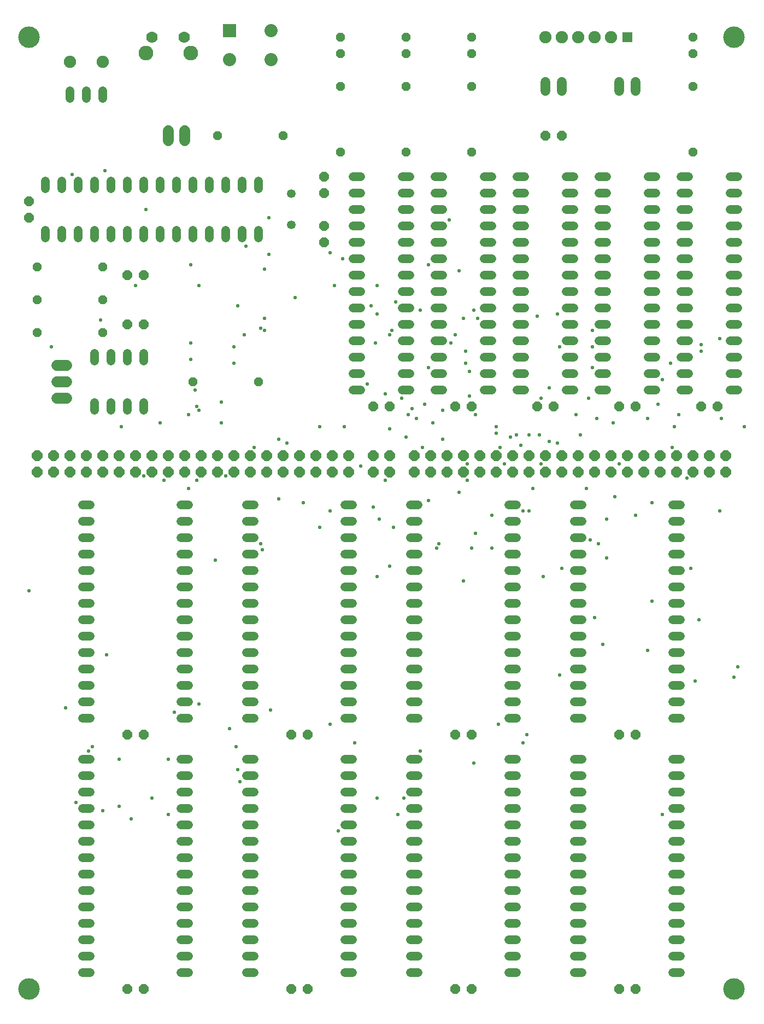
<source format=gbr>
G04 EAGLE Gerber RS-274X export*
G75*
%MOMM*%
%FSLAX34Y34*%
%LPD*%
%INSoldermask Bottom*%
%IPPOS*%
%AMOC8*
5,1,8,0,0,1.08239X$1,22.5*%
G01*
%ADD10C,3.327000*%
%ADD11P,1.787026X8X22.500000*%
%ADD12C,1.346200*%
%ADD13C,1.346200*%
%ADD14P,1.677055X8X292.500000*%
%ADD15P,1.677055X8X112.500000*%
%ADD16R,1.627000X1.627000*%
%ADD17C,1.905000*%
%ADD18P,1.677055X8X202.500000*%
%ADD19P,1.457113X8X22.500000*%
%ADD20P,1.677055X8X22.500000*%
%ADD21P,1.457113X8X292.500000*%
%ADD22C,1.651000*%
%ADD23C,1.498600*%
%ADD24C,2.286000*%
%ADD25C,1.778000*%
%ADD26R,2.032000X2.032000*%
%ADD27C,2.032000*%
%ADD28C,0.584200*%


D10*
X1117600Y25400D03*
X1117600Y1498600D03*
X25400Y1498600D03*
X25400Y25400D03*
D11*
X38100Y825500D03*
X63500Y825500D03*
X88900Y825500D03*
X114300Y825500D03*
X139700Y825500D03*
X165100Y825500D03*
X38100Y850900D03*
X63500Y850900D03*
X88900Y850900D03*
X114300Y850900D03*
X139700Y850900D03*
X165100Y850900D03*
X190500Y825500D03*
X190500Y850900D03*
X215900Y825500D03*
X241300Y825500D03*
X266700Y825500D03*
X292100Y825500D03*
X317500Y825500D03*
X342900Y825500D03*
X215900Y850900D03*
X241300Y850900D03*
X266700Y850900D03*
X292100Y850900D03*
X317500Y850900D03*
X342900Y850900D03*
X368300Y825500D03*
X368300Y850900D03*
X393700Y825500D03*
X419100Y825500D03*
X444500Y825500D03*
X469900Y825500D03*
X495300Y825500D03*
X520700Y825500D03*
X393700Y850900D03*
X419100Y850900D03*
X444500Y850900D03*
X469900Y850900D03*
X495300Y850900D03*
X520700Y850900D03*
D12*
X50800Y1187704D02*
X50800Y1199896D01*
X76200Y1199896D02*
X76200Y1187704D01*
X101600Y1187704D02*
X101600Y1199896D01*
X127000Y1199896D02*
X127000Y1187704D01*
X152400Y1187704D02*
X152400Y1199896D01*
X177800Y1199896D02*
X177800Y1187704D01*
X203200Y1187704D02*
X203200Y1199896D01*
X228600Y1199896D02*
X228600Y1187704D01*
X254000Y1187704D02*
X254000Y1199896D01*
X279400Y1199896D02*
X279400Y1187704D01*
X304800Y1187704D02*
X304800Y1199896D01*
X330200Y1199896D02*
X330200Y1187704D01*
X355600Y1187704D02*
X355600Y1199896D01*
X381000Y1199896D02*
X381000Y1187704D01*
X381000Y1263904D02*
X381000Y1276096D01*
X355600Y1276096D02*
X355600Y1263904D01*
X330200Y1263904D02*
X330200Y1276096D01*
X304800Y1276096D02*
X304800Y1263904D01*
X279400Y1263904D02*
X279400Y1276096D01*
X254000Y1276096D02*
X254000Y1263904D01*
X228600Y1263904D02*
X228600Y1276096D01*
X203200Y1276096D02*
X203200Y1263904D01*
X177800Y1263904D02*
X177800Y1276096D01*
X152400Y1276096D02*
X152400Y1263904D01*
X127000Y1263904D02*
X127000Y1276096D01*
X101600Y1276096D02*
X101600Y1263904D01*
X76200Y1263904D02*
X76200Y1276096D01*
X50800Y1276096D02*
X50800Y1263904D01*
D13*
X431800Y1207770D03*
X431800Y1256030D03*
D14*
X482600Y1282700D03*
X482600Y1257300D03*
D15*
X482600Y1181100D03*
X482600Y1206500D03*
D16*
X952500Y1498600D03*
D17*
X927100Y1498600D03*
X901700Y1498600D03*
X876300Y1498600D03*
X850900Y1498600D03*
X825500Y1498600D03*
D18*
X850900Y1346200D03*
X825500Y1346200D03*
D19*
X38100Y1143000D03*
X139700Y1143000D03*
D20*
X177800Y1130300D03*
X203200Y1130300D03*
X177800Y1054100D03*
X203200Y1054100D03*
D19*
X38100Y1041400D03*
X139700Y1041400D03*
X38100Y1092200D03*
X139700Y1092200D03*
D12*
X127000Y933196D02*
X127000Y921004D01*
X152400Y921004D02*
X152400Y933196D01*
X177800Y933196D02*
X177800Y921004D01*
X203200Y921004D02*
X203200Y933196D01*
X203200Y997204D02*
X203200Y1009396D01*
X177800Y1009396D02*
X177800Y997204D01*
X152400Y997204D02*
X152400Y1009396D01*
X127000Y1009396D02*
X127000Y997204D01*
D21*
X508000Y1498600D03*
X508000Y1473200D03*
X609600Y1498600D03*
X609600Y1473200D03*
X711200Y1498600D03*
X711200Y1473200D03*
X711200Y1422400D03*
X711200Y1320800D03*
X609600Y1422400D03*
X609600Y1320800D03*
X508000Y1422400D03*
X508000Y1320800D03*
D18*
X965200Y25400D03*
X939800Y25400D03*
X965200Y419100D03*
X939800Y419100D03*
X457200Y419100D03*
X431800Y419100D03*
X711200Y419100D03*
X685800Y419100D03*
X457200Y25400D03*
X431800Y25400D03*
D12*
X88900Y1403604D02*
X88900Y1415796D01*
X114300Y1415796D02*
X114300Y1403604D01*
X139700Y1403604D02*
X139700Y1415796D01*
D17*
X88900Y1460500D03*
X139700Y1460500D03*
D22*
X83820Y939800D02*
X68580Y939800D01*
X68580Y965200D02*
X83820Y965200D01*
X83820Y990600D02*
X68580Y990600D01*
D18*
X203200Y25400D03*
X177800Y25400D03*
X711200Y25400D03*
X685800Y25400D03*
X203200Y419100D03*
X177800Y419100D03*
D23*
X939800Y1415542D02*
X939800Y1429258D01*
X965200Y1429258D02*
X965200Y1415542D01*
X825500Y1415542D02*
X825500Y1429258D01*
X850900Y1429258D02*
X850900Y1415542D01*
D24*
X276300Y1473600D03*
D25*
X216300Y1498600D03*
X266300Y1498600D03*
D24*
X206300Y1473600D03*
D26*
X335800Y1508400D03*
D27*
X335800Y1463400D03*
X400800Y1463400D03*
X400800Y1508400D03*
D19*
X279400Y965200D03*
X381000Y965200D03*
D21*
X1054100Y1498600D03*
X1054100Y1473200D03*
X1054100Y1422400D03*
X1054100Y1320800D03*
D12*
X869696Y952500D02*
X857504Y952500D01*
X857504Y977900D02*
X869696Y977900D01*
X869696Y1003300D02*
X857504Y1003300D01*
X857504Y1028700D02*
X869696Y1028700D01*
X869696Y1054100D02*
X857504Y1054100D01*
X857504Y1079500D02*
X869696Y1079500D01*
X869696Y1104900D02*
X857504Y1104900D01*
X857504Y1130300D02*
X869696Y1130300D01*
X869696Y1155700D02*
X857504Y1155700D01*
X857504Y1181100D02*
X869696Y1181100D01*
X869696Y1206500D02*
X857504Y1206500D01*
X857504Y1231900D02*
X869696Y1231900D01*
X869696Y1257300D02*
X857504Y1257300D01*
X857504Y1282700D02*
X869696Y1282700D01*
X793496Y1282700D02*
X781304Y1282700D01*
X781304Y1257300D02*
X793496Y1257300D01*
X793496Y1231900D02*
X781304Y1231900D01*
X781304Y1206500D02*
X793496Y1206500D01*
X793496Y1181100D02*
X781304Y1181100D01*
X781304Y1155700D02*
X793496Y1155700D01*
X793496Y1130300D02*
X781304Y1130300D01*
X781304Y1104900D02*
X793496Y1104900D01*
X793496Y1079500D02*
X781304Y1079500D01*
X781304Y1054100D02*
X793496Y1054100D01*
X793496Y1028700D02*
X781304Y1028700D01*
X781304Y1003300D02*
X793496Y1003300D01*
X793496Y977900D02*
X781304Y977900D01*
X781304Y952500D02*
X793496Y952500D01*
X984504Y952500D02*
X996696Y952500D01*
X996696Y977900D02*
X984504Y977900D01*
X984504Y1003300D02*
X996696Y1003300D01*
X996696Y1028700D02*
X984504Y1028700D01*
X984504Y1054100D02*
X996696Y1054100D01*
X996696Y1079500D02*
X984504Y1079500D01*
X984504Y1104900D02*
X996696Y1104900D01*
X996696Y1130300D02*
X984504Y1130300D01*
X984504Y1155700D02*
X996696Y1155700D01*
X996696Y1181100D02*
X984504Y1181100D01*
X984504Y1206500D02*
X996696Y1206500D01*
X996696Y1231900D02*
X984504Y1231900D01*
X984504Y1257300D02*
X996696Y1257300D01*
X996696Y1282700D02*
X984504Y1282700D01*
X920496Y1282700D02*
X908304Y1282700D01*
X908304Y1257300D02*
X920496Y1257300D01*
X920496Y1231900D02*
X908304Y1231900D01*
X908304Y1206500D02*
X920496Y1206500D01*
X920496Y1181100D02*
X908304Y1181100D01*
X908304Y1155700D02*
X920496Y1155700D01*
X920496Y1130300D02*
X908304Y1130300D01*
X908304Y1104900D02*
X920496Y1104900D01*
X920496Y1079500D02*
X908304Y1079500D01*
X908304Y1054100D02*
X920496Y1054100D01*
X920496Y1028700D02*
X908304Y1028700D01*
X908304Y1003300D02*
X920496Y1003300D01*
X920496Y977900D02*
X908304Y977900D01*
X908304Y952500D02*
X920496Y952500D01*
X742696Y952500D02*
X730504Y952500D01*
X730504Y977900D02*
X742696Y977900D01*
X742696Y1003300D02*
X730504Y1003300D01*
X730504Y1028700D02*
X742696Y1028700D01*
X742696Y1054100D02*
X730504Y1054100D01*
X730504Y1079500D02*
X742696Y1079500D01*
X742696Y1104900D02*
X730504Y1104900D01*
X730504Y1130300D02*
X742696Y1130300D01*
X742696Y1155700D02*
X730504Y1155700D01*
X730504Y1181100D02*
X742696Y1181100D01*
X742696Y1206500D02*
X730504Y1206500D01*
X730504Y1231900D02*
X742696Y1231900D01*
X742696Y1257300D02*
X730504Y1257300D01*
X730504Y1282700D02*
X742696Y1282700D01*
X666496Y1282700D02*
X654304Y1282700D01*
X654304Y1257300D02*
X666496Y1257300D01*
X666496Y1231900D02*
X654304Y1231900D01*
X654304Y1206500D02*
X666496Y1206500D01*
X666496Y1181100D02*
X654304Y1181100D01*
X654304Y1155700D02*
X666496Y1155700D01*
X666496Y1130300D02*
X654304Y1130300D01*
X654304Y1104900D02*
X666496Y1104900D01*
X666496Y1079500D02*
X654304Y1079500D01*
X654304Y1054100D02*
X666496Y1054100D01*
X666496Y1028700D02*
X654304Y1028700D01*
X654304Y1003300D02*
X666496Y1003300D01*
X666496Y977900D02*
X654304Y977900D01*
X654304Y952500D02*
X666496Y952500D01*
X615696Y952500D02*
X603504Y952500D01*
X603504Y977900D02*
X615696Y977900D01*
X615696Y1003300D02*
X603504Y1003300D01*
X603504Y1028700D02*
X615696Y1028700D01*
X615696Y1054100D02*
X603504Y1054100D01*
X603504Y1079500D02*
X615696Y1079500D01*
X615696Y1104900D02*
X603504Y1104900D01*
X603504Y1130300D02*
X615696Y1130300D01*
X615696Y1155700D02*
X603504Y1155700D01*
X603504Y1181100D02*
X615696Y1181100D01*
X615696Y1206500D02*
X603504Y1206500D01*
X603504Y1231900D02*
X615696Y1231900D01*
X615696Y1257300D02*
X603504Y1257300D01*
X603504Y1282700D02*
X615696Y1282700D01*
X539496Y1282700D02*
X527304Y1282700D01*
X527304Y1257300D02*
X539496Y1257300D01*
X539496Y1231900D02*
X527304Y1231900D01*
X527304Y1206500D02*
X539496Y1206500D01*
X539496Y1181100D02*
X527304Y1181100D01*
X527304Y1155700D02*
X539496Y1155700D01*
X539496Y1130300D02*
X527304Y1130300D01*
X527304Y1104900D02*
X539496Y1104900D01*
X539496Y1079500D02*
X527304Y1079500D01*
X527304Y1054100D02*
X539496Y1054100D01*
X539496Y1028700D02*
X527304Y1028700D01*
X527304Y1003300D02*
X539496Y1003300D01*
X539496Y977900D02*
X527304Y977900D01*
X527304Y952500D02*
X539496Y952500D01*
X1111504Y952500D02*
X1123696Y952500D01*
X1123696Y977900D02*
X1111504Y977900D01*
X1111504Y1003300D02*
X1123696Y1003300D01*
X1123696Y1028700D02*
X1111504Y1028700D01*
X1111504Y1054100D02*
X1123696Y1054100D01*
X1123696Y1079500D02*
X1111504Y1079500D01*
X1111504Y1104900D02*
X1123696Y1104900D01*
X1123696Y1130300D02*
X1111504Y1130300D01*
X1111504Y1155700D02*
X1123696Y1155700D01*
X1123696Y1181100D02*
X1111504Y1181100D01*
X1111504Y1206500D02*
X1123696Y1206500D01*
X1123696Y1231900D02*
X1111504Y1231900D01*
X1111504Y1257300D02*
X1123696Y1257300D01*
X1123696Y1282700D02*
X1111504Y1282700D01*
X1047496Y1282700D02*
X1035304Y1282700D01*
X1035304Y1257300D02*
X1047496Y1257300D01*
X1047496Y1231900D02*
X1035304Y1231900D01*
X1035304Y1206500D02*
X1047496Y1206500D01*
X1047496Y1181100D02*
X1035304Y1181100D01*
X1035304Y1155700D02*
X1047496Y1155700D01*
X1047496Y1130300D02*
X1035304Y1130300D01*
X1035304Y1104900D02*
X1047496Y1104900D01*
X1047496Y1079500D02*
X1035304Y1079500D01*
X1035304Y1054100D02*
X1047496Y1054100D01*
X1047496Y1028700D02*
X1035304Y1028700D01*
X1035304Y1003300D02*
X1047496Y1003300D01*
X1047496Y977900D02*
X1035304Y977900D01*
X1035304Y952500D02*
X1047496Y952500D01*
D11*
X622300Y825500D03*
X647700Y825500D03*
X673100Y825500D03*
X698500Y825500D03*
X723900Y825500D03*
X749300Y825500D03*
X622300Y850900D03*
X647700Y850900D03*
X673100Y850900D03*
X698500Y850900D03*
X723900Y850900D03*
X749300Y850900D03*
X774700Y825500D03*
X774700Y850900D03*
X800100Y825500D03*
X825500Y825500D03*
X850900Y825500D03*
X876300Y825500D03*
X901700Y825500D03*
X927100Y825500D03*
X800100Y850900D03*
X825500Y850900D03*
X850900Y850900D03*
X876300Y850900D03*
X901700Y850900D03*
X927100Y850900D03*
X952500Y825500D03*
X952500Y850900D03*
X977900Y825500D03*
X1003300Y825500D03*
X1028700Y825500D03*
X1054100Y825500D03*
X1079500Y825500D03*
X1104900Y825500D03*
X977900Y850900D03*
X1003300Y850900D03*
X1028700Y850900D03*
X1054100Y850900D03*
X1079500Y850900D03*
X1104900Y850900D03*
D20*
X1066800Y927100D03*
X1092200Y927100D03*
X939800Y927100D03*
X965200Y927100D03*
X812800Y927100D03*
X838200Y927100D03*
X685800Y927100D03*
X711200Y927100D03*
X558800Y927100D03*
X584200Y927100D03*
D12*
X272796Y50800D02*
X260604Y50800D01*
X260604Y76200D02*
X272796Y76200D01*
X272796Y101600D02*
X260604Y101600D01*
X260604Y127000D02*
X272796Y127000D01*
X272796Y152400D02*
X260604Y152400D01*
X260604Y177800D02*
X272796Y177800D01*
X272796Y203200D02*
X260604Y203200D01*
X260604Y228600D02*
X272796Y228600D01*
X272796Y254000D02*
X260604Y254000D01*
X260604Y279400D02*
X272796Y279400D01*
X272796Y304800D02*
X260604Y304800D01*
X260604Y330200D02*
X272796Y330200D01*
X272796Y355600D02*
X260604Y355600D01*
X260604Y381000D02*
X272796Y381000D01*
X120396Y381000D02*
X108204Y381000D01*
X108204Y355600D02*
X120396Y355600D01*
X120396Y330200D02*
X108204Y330200D01*
X108204Y304800D02*
X120396Y304800D01*
X120396Y279400D02*
X108204Y279400D01*
X108204Y254000D02*
X120396Y254000D01*
X120396Y228600D02*
X108204Y228600D01*
X108204Y203200D02*
X120396Y203200D01*
X120396Y177800D02*
X108204Y177800D01*
X108204Y152400D02*
X120396Y152400D01*
X120396Y127000D02*
X108204Y127000D01*
X108204Y101600D02*
X120396Y101600D01*
X120396Y76200D02*
X108204Y76200D01*
X108204Y50800D02*
X120396Y50800D01*
X514604Y50800D02*
X526796Y50800D01*
X526796Y76200D02*
X514604Y76200D01*
X514604Y101600D02*
X526796Y101600D01*
X526796Y127000D02*
X514604Y127000D01*
X514604Y152400D02*
X526796Y152400D01*
X526796Y177800D02*
X514604Y177800D01*
X514604Y203200D02*
X526796Y203200D01*
X526796Y228600D02*
X514604Y228600D01*
X514604Y254000D02*
X526796Y254000D01*
X526796Y279400D02*
X514604Y279400D01*
X514604Y304800D02*
X526796Y304800D01*
X526796Y330200D02*
X514604Y330200D01*
X514604Y355600D02*
X526796Y355600D01*
X526796Y381000D02*
X514604Y381000D01*
X374396Y381000D02*
X362204Y381000D01*
X362204Y355600D02*
X374396Y355600D01*
X374396Y330200D02*
X362204Y330200D01*
X362204Y304800D02*
X374396Y304800D01*
X374396Y279400D02*
X362204Y279400D01*
X362204Y254000D02*
X374396Y254000D01*
X374396Y228600D02*
X362204Y228600D01*
X362204Y203200D02*
X374396Y203200D01*
X374396Y177800D02*
X362204Y177800D01*
X362204Y152400D02*
X374396Y152400D01*
X374396Y127000D02*
X362204Y127000D01*
X362204Y101600D02*
X374396Y101600D01*
X374396Y76200D02*
X362204Y76200D01*
X362204Y50800D02*
X374396Y50800D01*
X768604Y50800D02*
X780796Y50800D01*
X780796Y76200D02*
X768604Y76200D01*
X768604Y101600D02*
X780796Y101600D01*
X780796Y127000D02*
X768604Y127000D01*
X768604Y152400D02*
X780796Y152400D01*
X780796Y177800D02*
X768604Y177800D01*
X768604Y203200D02*
X780796Y203200D01*
X780796Y228600D02*
X768604Y228600D01*
X768604Y254000D02*
X780796Y254000D01*
X780796Y279400D02*
X768604Y279400D01*
X768604Y304800D02*
X780796Y304800D01*
X780796Y330200D02*
X768604Y330200D01*
X768604Y355600D02*
X780796Y355600D01*
X780796Y381000D02*
X768604Y381000D01*
X628396Y381000D02*
X616204Y381000D01*
X616204Y355600D02*
X628396Y355600D01*
X628396Y330200D02*
X616204Y330200D01*
X616204Y304800D02*
X628396Y304800D01*
X628396Y279400D02*
X616204Y279400D01*
X616204Y254000D02*
X628396Y254000D01*
X628396Y228600D02*
X616204Y228600D01*
X616204Y203200D02*
X628396Y203200D01*
X628396Y177800D02*
X616204Y177800D01*
X616204Y152400D02*
X628396Y152400D01*
X628396Y127000D02*
X616204Y127000D01*
X616204Y101600D02*
X628396Y101600D01*
X628396Y76200D02*
X616204Y76200D01*
X616204Y50800D02*
X628396Y50800D01*
X1022604Y50800D02*
X1034796Y50800D01*
X1034796Y76200D02*
X1022604Y76200D01*
X1022604Y101600D02*
X1034796Y101600D01*
X1034796Y127000D02*
X1022604Y127000D01*
X1022604Y152400D02*
X1034796Y152400D01*
X1034796Y177800D02*
X1022604Y177800D01*
X1022604Y203200D02*
X1034796Y203200D01*
X1034796Y228600D02*
X1022604Y228600D01*
X1022604Y254000D02*
X1034796Y254000D01*
X1034796Y279400D02*
X1022604Y279400D01*
X1022604Y304800D02*
X1034796Y304800D01*
X1034796Y330200D02*
X1022604Y330200D01*
X1022604Y355600D02*
X1034796Y355600D01*
X1034796Y381000D02*
X1022604Y381000D01*
X882396Y381000D02*
X870204Y381000D01*
X870204Y355600D02*
X882396Y355600D01*
X882396Y330200D02*
X870204Y330200D01*
X870204Y304800D02*
X882396Y304800D01*
X882396Y279400D02*
X870204Y279400D01*
X870204Y254000D02*
X882396Y254000D01*
X882396Y228600D02*
X870204Y228600D01*
X870204Y203200D02*
X882396Y203200D01*
X882396Y177800D02*
X870204Y177800D01*
X870204Y152400D02*
X882396Y152400D01*
X882396Y127000D02*
X870204Y127000D01*
X870204Y101600D02*
X882396Y101600D01*
X882396Y76200D02*
X870204Y76200D01*
X870204Y50800D02*
X882396Y50800D01*
X272796Y444500D02*
X260604Y444500D01*
X260604Y469900D02*
X272796Y469900D01*
X272796Y495300D02*
X260604Y495300D01*
X260604Y520700D02*
X272796Y520700D01*
X272796Y546100D02*
X260604Y546100D01*
X260604Y571500D02*
X272796Y571500D01*
X272796Y596900D02*
X260604Y596900D01*
X260604Y622300D02*
X272796Y622300D01*
X272796Y647700D02*
X260604Y647700D01*
X260604Y673100D02*
X272796Y673100D01*
X272796Y698500D02*
X260604Y698500D01*
X260604Y723900D02*
X272796Y723900D01*
X272796Y749300D02*
X260604Y749300D01*
X260604Y774700D02*
X272796Y774700D01*
X120396Y774700D02*
X108204Y774700D01*
X108204Y749300D02*
X120396Y749300D01*
X120396Y723900D02*
X108204Y723900D01*
X108204Y698500D02*
X120396Y698500D01*
X120396Y673100D02*
X108204Y673100D01*
X108204Y647700D02*
X120396Y647700D01*
X120396Y622300D02*
X108204Y622300D01*
X108204Y596900D02*
X120396Y596900D01*
X120396Y571500D02*
X108204Y571500D01*
X108204Y546100D02*
X120396Y546100D01*
X120396Y520700D02*
X108204Y520700D01*
X108204Y495300D02*
X120396Y495300D01*
X120396Y469900D02*
X108204Y469900D01*
X108204Y444500D02*
X120396Y444500D01*
X514604Y444500D02*
X526796Y444500D01*
X526796Y469900D02*
X514604Y469900D01*
X514604Y495300D02*
X526796Y495300D01*
X526796Y520700D02*
X514604Y520700D01*
X514604Y546100D02*
X526796Y546100D01*
X526796Y571500D02*
X514604Y571500D01*
X514604Y596900D02*
X526796Y596900D01*
X526796Y622300D02*
X514604Y622300D01*
X514604Y647700D02*
X526796Y647700D01*
X526796Y673100D02*
X514604Y673100D01*
X514604Y698500D02*
X526796Y698500D01*
X526796Y723900D02*
X514604Y723900D01*
X514604Y749300D02*
X526796Y749300D01*
X526796Y774700D02*
X514604Y774700D01*
X374396Y774700D02*
X362204Y774700D01*
X362204Y749300D02*
X374396Y749300D01*
X374396Y723900D02*
X362204Y723900D01*
X362204Y698500D02*
X374396Y698500D01*
X374396Y673100D02*
X362204Y673100D01*
X362204Y647700D02*
X374396Y647700D01*
X374396Y622300D02*
X362204Y622300D01*
X362204Y596900D02*
X374396Y596900D01*
X374396Y571500D02*
X362204Y571500D01*
X362204Y546100D02*
X374396Y546100D01*
X374396Y520700D02*
X362204Y520700D01*
X362204Y495300D02*
X374396Y495300D01*
X374396Y469900D02*
X362204Y469900D01*
X362204Y444500D02*
X374396Y444500D01*
X768604Y444500D02*
X780796Y444500D01*
X780796Y469900D02*
X768604Y469900D01*
X768604Y495300D02*
X780796Y495300D01*
X780796Y520700D02*
X768604Y520700D01*
X768604Y546100D02*
X780796Y546100D01*
X780796Y571500D02*
X768604Y571500D01*
X768604Y596900D02*
X780796Y596900D01*
X780796Y622300D02*
X768604Y622300D01*
X768604Y647700D02*
X780796Y647700D01*
X780796Y673100D02*
X768604Y673100D01*
X768604Y698500D02*
X780796Y698500D01*
X780796Y723900D02*
X768604Y723900D01*
X768604Y749300D02*
X780796Y749300D01*
X780796Y774700D02*
X768604Y774700D01*
X628396Y774700D02*
X616204Y774700D01*
X616204Y749300D02*
X628396Y749300D01*
X628396Y723900D02*
X616204Y723900D01*
X616204Y698500D02*
X628396Y698500D01*
X628396Y673100D02*
X616204Y673100D01*
X616204Y647700D02*
X628396Y647700D01*
X628396Y622300D02*
X616204Y622300D01*
X616204Y596900D02*
X628396Y596900D01*
X628396Y571500D02*
X616204Y571500D01*
X616204Y546100D02*
X628396Y546100D01*
X628396Y520700D02*
X616204Y520700D01*
X616204Y495300D02*
X628396Y495300D01*
X628396Y469900D02*
X616204Y469900D01*
X616204Y444500D02*
X628396Y444500D01*
X1022604Y444500D02*
X1034796Y444500D01*
X1034796Y469900D02*
X1022604Y469900D01*
X1022604Y495300D02*
X1034796Y495300D01*
X1034796Y520700D02*
X1022604Y520700D01*
X1022604Y546100D02*
X1034796Y546100D01*
X1034796Y571500D02*
X1022604Y571500D01*
X1022604Y596900D02*
X1034796Y596900D01*
X1034796Y622300D02*
X1022604Y622300D01*
X1022604Y647700D02*
X1034796Y647700D01*
X1034796Y673100D02*
X1022604Y673100D01*
X1022604Y698500D02*
X1034796Y698500D01*
X1034796Y723900D02*
X1022604Y723900D01*
X1022604Y749300D02*
X1034796Y749300D01*
X1034796Y774700D02*
X1022604Y774700D01*
X882396Y774700D02*
X870204Y774700D01*
X870204Y749300D02*
X882396Y749300D01*
X882396Y723900D02*
X870204Y723900D01*
X870204Y698500D02*
X882396Y698500D01*
X882396Y673100D02*
X870204Y673100D01*
X870204Y647700D02*
X882396Y647700D01*
X882396Y622300D02*
X870204Y622300D01*
X870204Y596900D02*
X882396Y596900D01*
X882396Y571500D02*
X870204Y571500D01*
X870204Y546100D02*
X882396Y546100D01*
X882396Y520700D02*
X870204Y520700D01*
X870204Y495300D02*
X882396Y495300D01*
X882396Y469900D02*
X870204Y469900D01*
X870204Y444500D02*
X882396Y444500D01*
D15*
X25400Y1219200D03*
X25400Y1244600D03*
D19*
X317500Y1346200D03*
X419100Y1346200D03*
D22*
X241300Y1338580D02*
X241300Y1353820D01*
X266700Y1353820D02*
X266700Y1338580D01*
D11*
X558800Y825500D03*
X558800Y850900D03*
X584200Y825500D03*
X584200Y850900D03*
D28*
X142875Y1292225D03*
X638175Y930275D03*
X136525Y1060450D03*
X60325Y1019175D03*
X139700Y301625D03*
X190500Y1114425D03*
X476250Y739775D03*
X587375Y1044575D03*
X168275Y895350D03*
X476250Y895350D03*
X685800Y1038225D03*
X679450Y1025525D03*
X492125Y765175D03*
X549275Y962025D03*
X590550Y739775D03*
X612775Y914400D03*
X1095375Y1031875D03*
X1044575Y815975D03*
X288925Y466725D03*
X1066800Y1022350D03*
X1050925Y676275D03*
X146050Y542925D03*
X1019175Y993775D03*
X990600Y625475D03*
X1006475Y968375D03*
X984250Y549275D03*
X1000125Y930275D03*
X1123950Y523875D03*
X847725Y511175D03*
X984250Y908050D03*
X1098550Y908050D03*
X1117600Y508000D03*
X930275Y901700D03*
X1095375Y765175D03*
X1063625Y596900D03*
X898525Y987425D03*
X914400Y558800D03*
X898525Y1019175D03*
X901700Y600075D03*
X898525Y1044575D03*
X879475Y882650D03*
X844550Y869950D03*
X1025525Y895350D03*
X815975Y882650D03*
X1133475Y895350D03*
X361950Y1174750D03*
X92075Y1285875D03*
X25400Y641350D03*
X288925Y1114425D03*
X117475Y393700D03*
X165100Y381000D03*
X276225Y1000125D03*
X241300Y381000D03*
X234950Y812800D03*
X514350Y895350D03*
X276225Y1025525D03*
X165100Y307975D03*
X282575Y952500D03*
X184150Y288925D03*
X285750Y927100D03*
X450850Y777875D03*
X273050Y800100D03*
X288925Y920750D03*
X396875Y1219200D03*
X920750Y752475D03*
X771525Y879475D03*
X933450Y787400D03*
X762000Y838200D03*
X965200Y758825D03*
X800100Y882650D03*
X831850Y873125D03*
X990600Y777875D03*
X800100Y765175D03*
X711200Y708025D03*
X904875Y908050D03*
X749300Y895350D03*
X939800Y838200D03*
X895350Y720725D03*
X873125Y914400D03*
X1031875Y914400D03*
X1066800Y1012825D03*
X568325Y752475D03*
X781050Y882650D03*
X850900Y676275D03*
X698500Y657225D03*
X644525Y987425D03*
X742950Y708025D03*
X720725Y1063625D03*
X806450Y800100D03*
X787400Y866775D03*
X692150Y793750D03*
X847725Y1019175D03*
X701675Y993775D03*
X352425Y346075D03*
X323850Y933450D03*
X349250Y365125D03*
X342900Y993775D03*
X346075Y400050D03*
X358775Y1038225D03*
X390525Y1044575D03*
X384175Y1047750D03*
X374650Y863600D03*
X438150Y1095375D03*
X609600Y879475D03*
X796925Y419100D03*
X492125Y434975D03*
X498475Y1114425D03*
X790575Y406400D03*
X530225Y406400D03*
X565150Y1114425D03*
X714375Y374650D03*
X644525Y781050D03*
X631825Y1076325D03*
X635000Y863600D03*
X565150Y320675D03*
X98425Y314325D03*
X676275Y1216025D03*
X206375Y1231900D03*
X123825Y400050D03*
X644525Y1146175D03*
X276225Y1146175D03*
X606425Y320675D03*
X215900Y320675D03*
X203200Y819150D03*
X425450Y869950D03*
X82550Y460375D03*
X558800Y771525D03*
X650875Y901700D03*
X1006475Y295275D03*
X412750Y876300D03*
X752475Y434975D03*
X704850Y812800D03*
X666750Y876300D03*
X666750Y920750D03*
X228600Y901700D03*
X603250Y939800D03*
X619125Y923925D03*
X241300Y295275D03*
X701675Y1012825D03*
X692150Y1136650D03*
X390525Y1139825D03*
X336550Y428625D03*
X330200Y819150D03*
X584200Y1038225D03*
X577850Y946150D03*
X273050Y914400D03*
X250825Y454025D03*
X565150Y1069975D03*
X561975Y1025525D03*
X342900Y1019175D03*
X631825Y393700D03*
X584200Y679450D03*
X314325Y688975D03*
X714375Y1076325D03*
X708025Y981075D03*
X323850Y901700D03*
X596900Y295275D03*
X555625Y1082675D03*
X349250Y1082675D03*
X504825Y269875D03*
X285750Y812800D03*
X698500Y1063625D03*
X390525Y1063625D03*
X384175Y714375D03*
X396875Y1162050D03*
X492125Y1165225D03*
X412750Y784225D03*
X565150Y663575D03*
X577850Y812800D03*
X625475Y908050D03*
X387350Y704850D03*
X660400Y714375D03*
X920750Y692150D03*
X657225Y708025D03*
X708025Y942975D03*
X717550Y730250D03*
X790575Y765175D03*
X822325Y663575D03*
X819150Y838200D03*
X742950Y758825D03*
X812800Y1066800D03*
X755650Y863600D03*
X908050Y714375D03*
X819150Y939800D03*
X892175Y939800D03*
X889000Y800100D03*
X539750Y835025D03*
X844550Y1069975D03*
X831850Y955675D03*
X717550Y914400D03*
X704850Y838200D03*
X1022350Y863600D03*
X593725Y1089025D03*
X1057275Y501650D03*
X400050Y457200D03*
X511175Y1155700D03*
X584200Y892175D03*
X749300Y885825D03*
M02*

</source>
